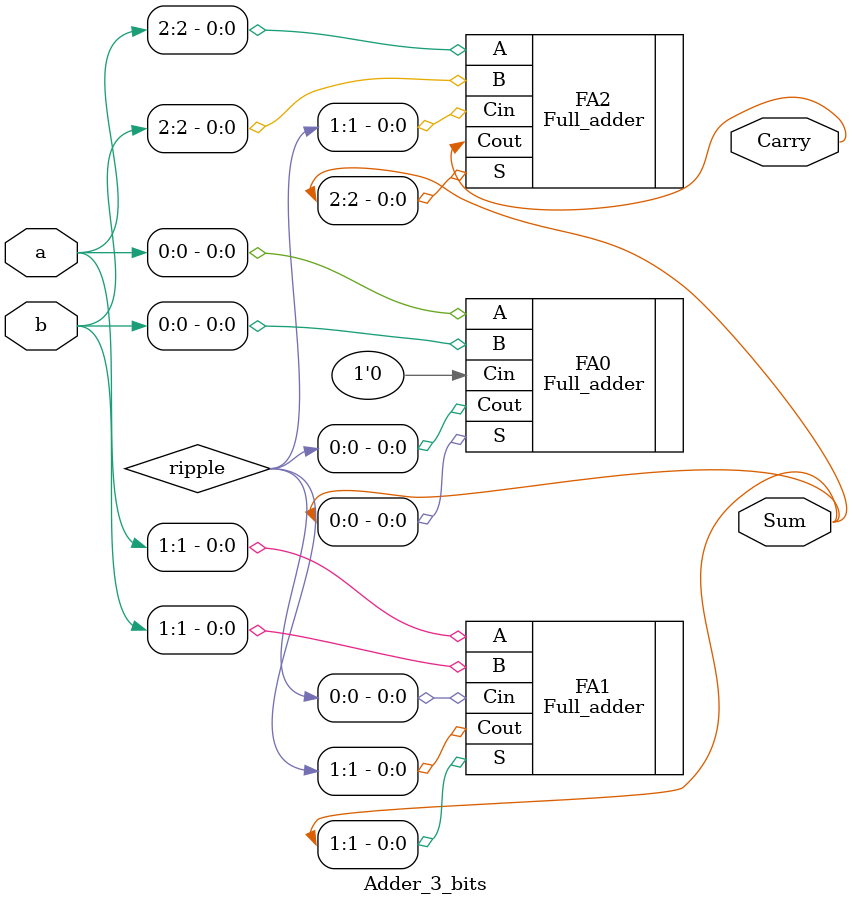
<source format=v>
module Adder_3_bits (
	input [2:0] a, b,
	output [2:0] Sum,
	output Carry);
	
// Ripple bus
wire [1:0] ripple;

Full_adder FA0 (
	.A(a[0]),
	.B(b[0]),
	.Cin(1'b0),
	.S(Sum[0]),
	.Cout(ripple[0]));
	
Full_adder FA1 (
	.A(a[1]),
	.B(b[1]),
	.Cin(ripple[0]),
	.S(Sum[1]),
	.Cout(ripple[1]));
	
Full_adder FA2 (
	.A(a[2]),
	.B(b[2]),
	.Cin(ripple[1]),
	.S(Sum[2]),
	.Cout(Carry));
	
endmodule

</source>
